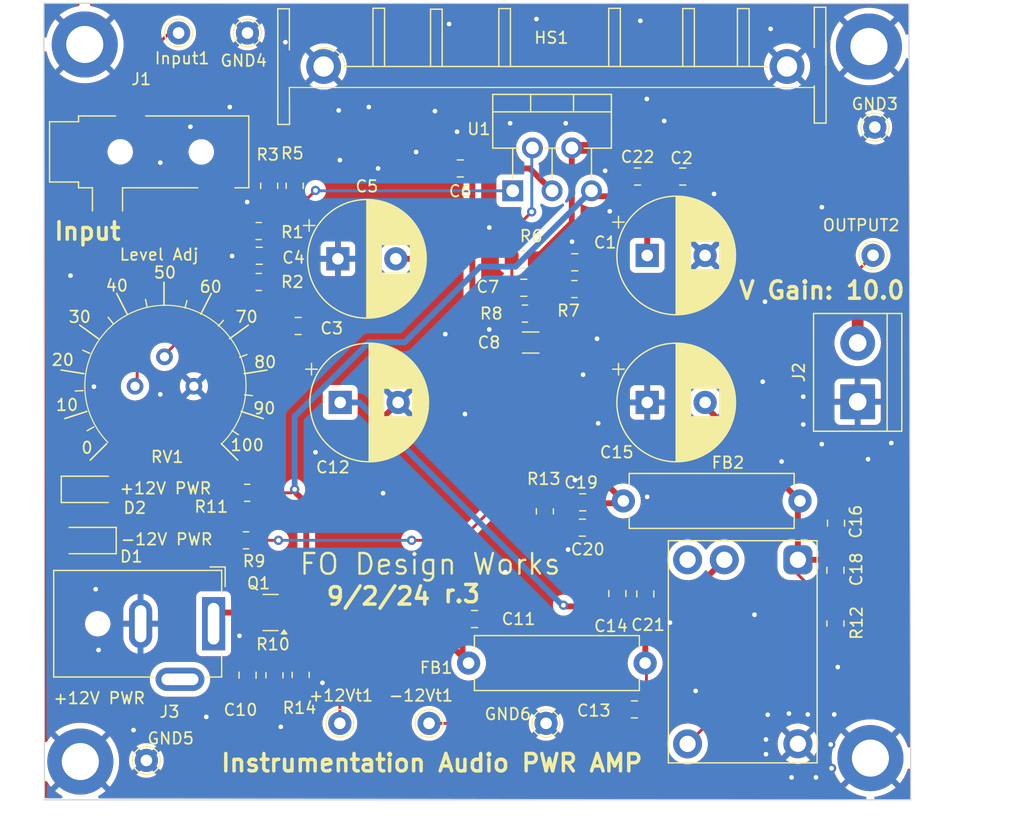
<source format=kicad_pcb>
(kicad_pcb (version 20221018) (generator pcbnew)
  (layers (0 "F.Cu" signal) (31 "B.Cu" signal) (34 "B.Paste" user) (35 "F.Paste" user) (36 "B.SilkS" user "B.Silkscreen") (37 "F.SilkS" user "F.Silkscreen") (38 "B.Mask" user) (39 "F.Mask" user) (44 "Edge.Cuts" user))
  (net 0 "")
  (net 1 "GND")
  (net 2 "+12V")
  (net 3 "Net-(C4-Pad1)")
  (net 4 "Net-(U1-+)")
  (net 5 "Net-(C3-Pad2)")
  (net 6 "Net-(J1-PadR)")
  (net 7 "-12V")
  (net 8 "Net-(U1--)")
  (net 9 "Net-(C9-Pad2)")
  (net 10 "Net-(Q1-D)")
  (net 11 "Net-(J2-Pin_2)")
  (net 12 "Net-(C8-Pad1)")
  (net 13 "Net-(J1-PadT)")
  (net 14 "Net-(U2-VI)")
  (net 15 "Net-(U2-VO)")
  (net 16 "Net-(D1-K)")
  (net 17 "Net-(D2-A)")
  (net 18 "Net-(Q1-G)")
  (net 19 "Net-(R2-Pad1)")
  (net 20 "Net-(U2-Vo_Adj)")
  (footprint "Capacitor_SMD:C_0805_2012Metric_Pad1.18x1.45mm_HandSolder" (layer "F.Cu") (at 113.642124 123.6452 90)
    (fp_text reference "C16")
    (fp_text value "10uF")
  )
  (footprint "TestPoint:TestPoint_THTPad_D2.0mm_Drill1.0mm" (layer "F.Cu") (at 78.5136 140.9232)
    (fp_text reference "-12Vt1")
    (fp_text value "-12V")
  )
  (footprint "TestPoint:TestPoint_THTPad_D2.0mm_Drill1.0mm" (layer "F.Cu") (at 56.896 81.3308)
    (fp_text reference "Input1")
    (fp_text value "Input")
  )
  (footprint "TestPoint:TestPoint_THTPad_D2.0mm_Drill1.0mm" (layer "F.Cu") (at 88.6136 140.9232)
    (fp_text reference "GND6")
    (fp_text value "GND")
  )
  (footprint "LED_SMD:LED_1206_3216Metric_Pad1.42x1.75mm_HandSolder" (layer "F.Cu") (at 49.0483 125.1428 180)
    (fp_text reference "D1")
    (fp_text value "OC_Fault")
  )
  (footprint "Resistor_SMD:R_0805_2012Metric_Pad1.20x1.40mm_HandSolder" (layer "F.Cu") (at 65.1706 136.7682 -90)
    (fp_text reference "R10")
    (fp_text value "100K")
  )
  (footprint "Package_TO_SOT_SMD:SOT-23" (layer "F.Cu") (at 64.8381 131.358 180)
    (fp_text reference "Q1")
    (fp_text value "DMG2301L")
  )
  (footprint "Resistor_SMD:R_0805_2012Metric_Pad1.20x1.40mm_HandSolder" (layer "F.Cu") (at 66.9136 94.5232 -90)
    (fp_text reference "R5")
    (fp_text value "20K")
  )
  (footprint "MountingHole:MountingHole_3.2mm_M3_ISO7380_Pad_TopBottom" (layer "F.Cu") (at 116.4844 82.4992)
    (fp_text reference "H4" hide)
    (fp_text value "MountingHole_Pad")
  )
  (footprint "Capacitor_THT:CP_Radial_D10.0mm_P5.00mm" (layer "F.Cu") (at 70.645923 100.8232)
    (fp_text reference "C5")
    (fp_text value "1000uF")
  )
  (footprint "Connector_Audio:Jack_3.5mm_CUI_SJ-3523-SMT_Horizontal" (layer "F.Cu") (at 54.356 91.5924 90)
    (fp_text reference "J1")
    (fp_text value "Audio Out")
  )
  (footprint "Capacitor_SMD:C_0805_2012Metric_Pad1.18x1.45mm_HandSolder" (layer "F.Cu") (at 91.0862 101.1243)
    (fp_text reference "C9" hide)
    (fp_text value "0.22uF")
  )
  (footprint "TerminalBlock:TerminalBlock_bornier-2_P5.08mm" (layer "F.Cu") (at 115.5136 113.1632 90)
    (fp_text reference "J2")
    (fp_text value "Audio Output")
  )
  (footprint "Module:Texas_EUS_R-PDSS-T5_THT" (layer "F.Cu") (at 110.350324 126.805 -90)
    (fp_text reference "U2" hide)
    (fp_text value "PTN78000AAH")
  )
  (footprint "TestPoint:TestPoint_THTPad_D2.0mm_Drill1.0mm" (layer "F.Cu") (at 54.1136 144.1232)
    (fp_text reference "GND5")
    (fp_text value "GND")
  )
  (footprint "Capacitor_SMD:C_0805_2012Metric_Pad1.18x1.45mm_HandSolder" (layer "F.Cu") (at 67.2136 106.6232 180)
    (fp_text reference "C3")
    (fp_text value "10uF")
  )
  (footprint "Capacitor_SMD:C_0805_2012Metric_Pad1.18x1.45mm_HandSolder" (layer "F.Cu") (at 63.8556 100.5586 180)
    (fp_text reference "C4")
    (fp_text value "10nF")
  )
  (footprint "TestPoint:TestPoint_THTPad_D2.0mm_Drill1.0mm" (layer "F.Cu") (at 116.8406 100.5232)
    (fp_text reference "OUTPUT2")
    (fp_text value "Output")
  )
  (footprint "TestPoint:TestPoint_THTPad_D2.0mm_Drill1.0mm" (layer "F.Cu") (at 70.8136 140.9232)
    (fp_text reference "+12Vt1")
    (fp_text value "+12V")
  )
  (footprint "Resistor_SMD:R_0805_2012Metric_Pad1.20x1.40mm_HandSolder" (layer "F.Cu") (at 62.8136 121.0232)
    (fp_text reference "R11")
    (fp_text value "10K")
  )
  (footprint "Capacitor_THT:CP_Radial_D10.0mm_P5.00mm" (layer "F.Cu") (at 97.345923 100.5332)
    (fp_text reference "C1")
    (fp_text value "1000uF")
  )
  (footprint "Capacitor_SMD:C_1206_3216Metric_Pad1.33x1.80mm_HandSolder" (layer "F.Cu") (at 87.2882 108.0507 180)
    (fp_text reference "C8")
    (fp_text value "22uF")
  )
  (footprint "jerrys_Library:Heatsink_Audio_Amp" (layer "F.Cu") (at 89.4136 84.2232)
    (fp_text reference "HS1")
    (fp_text value "Heatsink_Pad_2Pin")
  )
  (footprint "Capacitor_SMD:C_0805_2012Metric_Pad1.18x1.45mm_HandSolder" (layer "F.Cu") (at 96.5136 93.7232)
    (fp_text reference "C22")
    (fp_text value "0.1uF")
  )
  (footprint "Resistor_SMD:R_0805_2012Metric_Pad1.20x1.40mm_HandSolder" (layer "F.Cu") (at 86.7882 105.5507 180)
    (fp_text reference "R8")
    (fp_text value "1K")
  )
  (footprint "Resistor_SMD:R_0805_2012Metric_Pad1.20x1.40mm_HandSolder" (layer "F.Cu") (at 113.591324 132.3066 90)
    (fp_text reference "R12")
    (fp_text value "2K")
  )
  (footprint "Capacitor_SMD:C_0805_2012Metric_Pad1.18x1.45mm_HandSolder" (layer "F.Cu") (at 91.7507 124.0281 180)
    (fp_text reference "C20")
    (fp_text value "10uF")
  )
  (footprint "Resistor_SMD:R_0805_2012Metric_Pad1.20x1.40mm_HandSolder" (layer "F.Cu") (at 62.7136 125.1232)
    (fp_text reference "R9")
    (fp_text value "10K")
  )
  (footprint "TestPoint:TestPoint_THTPad_D2.0mm_Drill1.0mm" (layer "F.Cu") (at 62.8396 81.3308)
    (fp_text reference "GND4")
    (fp_text value "TP_FET_Drive")
  )
  (footprint "Resistor_SMD:R_0805_2012Metric_Pad1.20x1.40mm_HandSolder" (layer "F.Cu") (at 63.8136 102.8232)
    (fp_text reference "R2")
    (fp_text value "0R")
  )
  (footprint "MountingHole:MountingHole_3.2mm_M3_ISO7380_Pad_TopBottom" (layer "F.Cu") (at 116.6136 143.9232)
    (fp_text reference "H3" hide)
    (fp_text value "MountingHole_Pad")
  )
  (footprint "Resistor_SMD:R_0805_2012Metric_Pad1.20x1.40mm_HandSolder" (layer "F.Cu") (at 63.8048 98.425 180)
    (fp_text reference "R1")
    (fp_text value "100R")
  )
  (footprint "Resistor_SMD:R_0805_2012Metric_Pad1.20x1.40mm_HandSolder" (layer "F.Cu") (at 64.7136 94.5232 90)
    (fp_text reference "R3")
    (fp_text value "100R")
  )
  (footprint "jerrys_Library:Potentiometer_Bourns_3386P_Vertical" (layer "F.Cu") (at 55.6336 111.8332)
    (fp_text reference "RV1")
    (fp_text value "5k")
  )
  (footprint "Capacitor_SMD:C_0805_2012Metric_Pad1.18x1.45mm_HandSolder" (layer "F.Cu") (at 82.441524 131.9186)
    (fp_text reference "C11")
    (fp_text value "4.7uF")
  )
  (footprint "Resistor_SMD:R_0805_2012Metric_Pad1.20x1.40mm_HandSolder" (layer "F.Cu") (at 88.5136 122.6232 90)
    (fp_text reference "R13")
    (fp_text value "1K")
  )
  (footprint "Capacitor_SMD:C_0805_2012Metric_Pad1.18x1.45mm_HandSolder" (layer "F.Cu") (at 81.2136 93.0232)
    (fp_text reference "C6")
    (fp_text value "10uF")
  )
  (footprint "Capacitor_SMD:C_0805_2012Metric_Pad1.18x1.45mm_HandSolder" (layer "F.Cu") (at 86.6956 103.3232 180)
    (fp_text reference "C7")
    (fp_text value "100pF")
  )
  (footprint "Resistor_SMD:R_0805_2012Metric_Pad1.20x1.40mm_HandSolder" (layer "F.Cu") (at 67.4312 136.7428 -90)
    (fp_text reference "R14")
    (fp_text value "10K")
  )
  (footprint "Capacitor_SMD:C_0805_2012Metric_Pad1.18x1.45mm_HandSolder" (layer "F.Cu") (at 62.84895 136.76175 90)
    (fp_text reference "C10")
    (fp_text value "0.1uF")
  )
  (footprint "TestPoint:TestPoint_THTPad_D2.0mm_Drill1.0mm" (layer "F.Cu") (at 116.9924 89.4588)
    (fp_text reference "GND3")
    (fp_text value "TP_FET_Drive")
  )
  (footprint "Resistor_SMD:R_0805_2012Metric_Pad1.20x1.40mm_HandSolder" (layer "F.Cu") (at 91.0608 103.4357)
    (fp_text reference "R7")
    (fp_text value "1R")
  )
  (footprint "Capacitor_SMD:C_0805_2012Metric_Pad1.18x1.45mm_HandSolder" (layer "F.Cu") (at 94.769924 129.7186 90)
    (fp_text reference "C14")
    (fp_text value "4.7uF")
  )
  (footprint "Capacitor_THT:CP_Radial_D10.0mm_P5.00mm" (layer "F.Cu") (at 70.845923 113.2232)
    (fp_text reference "C12")
    (fp_text value "1000uF")
  )
  (footprint "Capacitor_SMD:C_0805_2012Metric_Pad1.18x1.45mm_HandSolder" (layer "F.Cu") (at 91.7761 121.8437)
    (fp_text reference "C19")
    (fp_text value "0.1uF")
  )
  (footprint "jerrys_Library:BarrelJack_GCT_DCJ200-10-A_Horizontal" (layer "F.Cu") (at 59.9136 132.3232 -90)
    (fp_text reference "J3")
    (fp_text value "INPUT_PWR")
  )
  (footprint "Capacitor_SMD:C_0805_2012Metric_Pad1.18x1.45mm_HandSolder" (layer "F.Cu") (at 96.241524 139.7186 180)
    (fp_text reference "C13")
    (fp_text value "4.7uF")
  )
  (footprint "MountingHole:MountingHole_3.2mm_M3_ISO7380_Pad_TopBottom" (layer "F.Cu") (at 48.4124 144.2212)
    (fp_text reference "H1" hide)
    (fp_text value "MountingHole_Pad")
  )
  (footprint "Capacitor_SMD:C_0805_2012Metric_Pad1.18x1.45mm_HandSolder" (layer "F.Cu") (at 97.182924 129.7541 -90)
    (fp_text reference "C21")
    (fp_text value "0.1uF")
  )
  (footprint "Capacitor_SMD:C_0805_2012Metric_Pad1.18x1.45mm_HandSolder" (layer "F.Cu") (at 113.591324 127.7092 90)
    (fp_text reference "C18")
    (fp_text value "0.1uF")
  )
  (footprint "Resistor_SMD:R_0805_2012Metric_Pad1.20x1.40mm_HandSolder" (layer "F.Cu") (at 86.6448 100.8848)
    (fp_text reference "R6")
    (fp_text value "20K")
  )
  (footprint "Inductor_THT:L_Axial_L14.0mm_D4.5mm_P15.24mm_Horizontal_Fastron_LACC" (layer "F.Cu") (at 95.2886 121.7232)
    (fp_text reference "FB2")
    (fp_text value "FerriteBead, 6A 1 9mΩ 33Ω@100MHz ±25% 1206 Ferrite Beads ROHS")
  )
  (footprint "Inductor_THT:L_Axial_L14.0mm_D4.5mm_P15.24mm_Horizontal_Fastron_LACC" (layer "F.Cu") (at 97.166524 135.7186 180)
    (fp_text reference "FB1")
    (fp_text value "FerriteBead, 6A 1 9mΩ 33Ω@100MHz ±25% 1206 Ferrite Beads ROHS")
  )
  (footprint "Capacitor_SMD:C_0805_2012Metric_Pad1.18x1.45mm_HandSolder" (layer "F.Cu") (at 100.4136 93.7232 180)
    (fp_text reference "C2")
    (fp_text value "10uF")
  )
  (footprint "Package_TO_SOT_THT:TO-220-5_P3.4x3.7mm_StaggerOdd_Lead3.8mm_Vertical" (layer "F.Cu") (at 85.734 94.9513)
    (fp_text reference "U1")
    (fp_text value "LM1875")
  )
  (footprint "LED_SMD:LED_1206_3216Metric_Pad1.42x1.75mm_HandSolder" (layer "F.Cu") (at 49.2261 120.7232)
    (fp_text reference "D2")
    (fp_text value "OC_Fault")
  )
  (footprint "MountingHole:MountingHole_3.2mm_M3_ISO7380_Pad_TopBottom" (layer "F.Cu") (at 48.7934 82.3214)
    (fp_text reference "H2" hide)
    (fp_text value "MountingHole_Pad")
  )
  (footprint "Capacitor_THT:CP_Radial_D10.0mm_P5.00mm" (layer "F.Cu") (at 97.345923 113.2232)
    (fp_text reference "C15")
    (fp_text value "1000uF")
  )
  (gr_line (start 45.2628 78.7654) (end 119.9388 78.7908) (stroke (width 0.1)) (layer "Edge.Cuts"))
  (gr_line (start 45.3136 147.5232) (end 45.2628 78.7654) (stroke (width 0.1)) (layer "Edge.Cuts"))
  (gr_line (start 119.9388 78.7908) (end 120.0912 147.5232) (stroke (width 0.1)) (layer "Edge.Cuts"))
  (gr_line (start 120.0912 147.5232) (end 45.3136 147.5232) (stroke (width 0.1)) (layer "Edge.Cuts"))
  (gr_text "r.3" (at 79.6136 130.6232) (layer "F.SilkS") (effects (font (size 1.5 1.5) (thickness 0.3) bold) (justify left bottom)))
  (gr_text "60" (at 58.6136 103.8232) (layer "F.SilkS") (effects (font (size 1 1)) (justify left bottom)))
  (gr_text "-12V PWR" (at 51.8136 125.6232) (layer "F.SilkS") (effects (font (size 1 1)) (justify left bottom)))
  (gr_text "+12V PWR" (at 51.7136 121.2232) (layer "F.SilkS") (effects (font (size 1 1)) (justify left bottom)))
  (gr_text "Instrumentation Audio PWR AMP" (at 60.4136 145.2232) (layer "F.SilkS") (effects (font (size 1.5 1.5) (thickness 0.3) bold) (justify left bottom)))
  (gr_text "30" (at 47.3136 106.4232) (layer "F.SilkS") (effects (font (size 1 1)) (justify left bottom)))
  (gr_text "20" (at 45.847 110.1344) (layer "F.SilkS") (effects (font (size 1 1)) (justify left bottom)))
  (gr_text "90" (at 63.2421 114.3052) (layer "F.SilkS") (effects (font (size 1 1)) (justify left bottom)))
  (gr_text "0" (at 48.4136 117.7232) (layer "F.SilkS") (effects (font (size 1 1)) (justify left bottom)))
  (gr_text "70" (at 61.7136 106.4232) (layer "F.SilkS") (effects (font (size 1 1)) (justify left bottom)))
  (gr_text "Level Adj" (at 51.7136 101.0412) (layer "F.SilkS") (effects (font (size 1 1)) (justify left bottom)))
  (gr_text "100" (at 61.2906 117.4902) (layer "F.SilkS") (effects (font (size 1 1)) (justify left bottom)))
  (gr_text "50" (at 54.66376 102.59409) (layer "F.SilkS") (effects (font (size 1 1)) (justify left bottom)))
  (gr_text "80" (at 63.3136 110.3232) (layer "F.SilkS") (effects (font (size 1 1)) (justify left bottom)))
  (gr_text "9/2/24" (at 69.5136 130.8232) (layer "F.SilkS") (effects (font (size 1.5 1.5) (thickness 0.3) bold) (justify left bottom)))
  (gr_text "Input" (at 46.0136 99.3232) (layer "F.SilkS") (effects (font (size 1.5 1.5) (thickness 0.3) bold) (justify left bottom)))
  (gr_text "FO Design Works" (at 67.2136 128.2232) (layer "F.SilkS") (effects (font (size 1.778 1.778) (thickness 0.2032)) (justify left bottom)))
  (gr_text "+12V PWR" (at 45.9936 139.3336) (layer "F.SilkS") (effects (font (size 1 1)) (justify left bottom)))
  (gr_text "40" (at 50.5136 103.7232) (layer "F.SilkS") (effects (font (size 1 1)) (justify left bottom)))
  (gr_text "V Gain: 10.0" (at 105.1136 104.4232) (layer "F.SilkS") (effects (font (size 1.5 1.5) (thickness 0.3) bold) (justify left bottom)))
  (gr_text "10" (at 46.2136 114.0232) (layer "F.SilkS") (effects (font (size 1 1)) (justify left bottom)))
  (segment (start 62.7927 100.584) (end 62.8181 100.5586) (width 0.25) (layer "F.Cu") (net 1))
  (segment (start 68.994 137.7428) (end 67.4312 137.7428) (width 0.25) (layer "F.Cu") (net 1))
  (segment (start 91.1136 121.4687) (end 90.7386 121.8437) (width 0.25) (layer "F.Cu") (net 1))
  (segment (start 97.132124 128.7674) (end 97.182924 128.7166) (width 0.25) (layer "F.Cu") (net 1))
  (segment (start 61.5136 100.584) (end 62.7927 100.584) (width 0.25) (layer "F.Cu") (net 1))
  (segment (start 90.8576 99.3463) (end 90.0487 100.1552) (width 0.25) (layer "F.Cu") (net 1))
  (segment (start 91.1136 119.9232) (end 91.1136 121.4687) (width 0.25) (layer "F.Cu") (net 1))
  (segment (start 90.5136 125.9232) (end 90.5136 124.2277) (width 0.25) (layer "F.Cu") (net 1))
  (segment (start 93.7136 93.2232) (end 94.9761 93.2232) (width 0.25) (layer "F.Cu") (net 1))
  (segment (start 69.3136 137.4232) (end 68.994 137.7428) (width 0.25) (layer "F.Cu") (net 1))
  (segment (start 90.5136 124.2277) (end 90.7132 124.0281) (width 0.25) (layer "F.Cu") (net 1))
  (segment (start 90.0487 100.1552) (end 90.0487 101.1243) (width 0.25) (layer "F.Cu") (net 1))
  (segment (start 94.9761 93.2232) (end 95.4761 93.7232) (width 0.25) (layer "F.Cu") (net 1))
  (via (at 107.315 111.4298) (size 0.8) (drill 0.4) (layers "F.Cu" "B.Cu") (net 1))
  (via (at 90.5136 125.9232) (size 0.8) (drill 0.4) (layers "F.Cu" "B.Cu") (net 1))
  (via (at 87.786 80.1261) (size 0.8) (drill 0.4) (layers "F.Cu" "B.Cu") (net 1))
  (via (at 94.1136 96.7232) (size 0.8) (drill 0.4) (layers "F.Cu" "B.Cu") (net 1))
  (via (at 91.8136 110.8232) (size 0.8) (drill 0.4) (layers "F.Cu" "B.Cu") (net 1))
  (via (at 116.4136 118.1232) (size 0.8) (drill 0.4) (layers "F.Cu" "B.Cu") (net 1))
  (via (at 57.9136 89.4232) (size 0.8) (drill 0.4) (layers "F.Cu" "B.Cu") (net 1))
  (via (at 80.2422 80.5579) (size 0.8) (drill 0.4) (layers "F.Cu" "B.Cu") (net 1))
  (via (at 103.1136 95.2232) (size 0.8) (drill 0.4) (layers "F.Cu" "B.Cu") (net 1))
  (via (at 107.596924 142.3142) (size 0.8) (drill 0.4) (layers "F.Cu" "B.Cu") (net 1))
  (via (at 55.3136 112.5232) (size 0.8) (drill 0.4) (layers "F.Cu" "B.Cu") (net 1))
  (via (at 74.549 121.0564) (size 0.8) (drill 0.4) (layers "F.Cu" "B.Cu") (net 1))
  (via (at 113.489724 140.1552) (size 0.8) (drill 0.4) (layers "F.Cu" "B.Cu") (net 1))
  (via (at 66.1136 82.1232) (size 0.8) (drill 0.4) (layers "F.Cu" "B.Cu") (net 1))
  (via (at 62.8136 95.9232) (size 0.8) (drill 0.4) (layers "F.Cu" "B.Cu") (net 1))
  (via (at 85.091524 127.8686) (size 0.8) (drill 0.4) (layers "F.Cu" "B.Cu") (net 1))
  (via (at 108.0008 80.9752) (size 0.8) (drill 0.4) (layers "F.Cu" "B.Cu") (net 1))
  (via (at 109.805 145.5908) (size 0.8) (drill 0.4) (layers "F.Cu" "B.Cu") (net 1))
  (via (at 70.8152 92.3036) (size 0.8) (drill 0.4) (layers "F.Cu" "B.Cu") (net 1))
  (via (at 85.5136 89.1232) (size 0.8) (drill 0.4) (layers "F.Cu" "B.Cu") (net 1))
  (via (at 90.8576 99.3463) (size 0.8) (drill 0.4) (layers "F.Cu" "B.Cu") (net 1))
  (via (at 81.6136 114.2232) (size 0.8) (drill 0.4) (layers "F.Cu" "B.Cu") (net 1))
  (via (at 70.7136 88.011) (size 0.8) (drill 0.4) (layers "F.Cu" "B.Cu") (net 1))
  (via (at 80.928 89.8543) (size 0.8) (drill 0.4) (layers "F.Cu" "B.Cu") (net 1))
  (via (at 106.606324 131.5446) (size 0.8) (drill 0.4) (layers "F.Cu" "B.Cu") (net 1))
  (via (at 73.3136 87.7232) (size 0.8) (drill 0.4) (layers "F.Cu" "B.Cu") (net 1))
  (via (at 113.794524 136.0658) (size 0.8) (drill 0.4) (layers "F.Cu" "B.Cu") (net 1))
  (via (at 68.7136 117.5232) (size 0.8) (drill 0.4) (layers "F.Cu" "B.Cu") (net 1))
  (via (at 61.3136 87.7232) (size 0.8) (drill 0.4) (layers "F.Cu" "B.Cu") (net 1))
  (via (at 79.023 88.0763) (size 0.8) (drill 0.4) (layers "F.Cu" "B.Cu") (net 1))
  (via (at 93.0136 107.7232) (size 0.8) (drill 0.4) (layers "F.Cu" "B.Cu") (net 1))
  (via (at 91.1136 119.9232) (size 0.8) (drill 0.4) (layers "F.Cu" "B.Cu") (net 1))
  (via (at 93.7136 93.2232) (size 0.8) (drill 0.4) (layers "F.Cu" "B.Cu") (net 1))
  (via (at 96.7522 80.2785) (size 0.8) (drill 0.4) (layers "F.Cu" "B.Cu") (net 1))
  (via (at 111.203724 140.1552) (size 0.8) (drill 0.4) (layers "F.Cu" "B.Cu") (net 1))
  (via (at 79.9136 107.3232) (size 0.8) (drill 0.4) (layers "F.Cu" "B.Cu") (net 1))
  (via (at 107.596924 143.5842) (size 0.8) (drill 0.4) (layers "F.Cu" "B.Cu") (net 1))
  (via (at 83.7136 106.9232) (size 0.8) (drill 0.4) (layers "F.Cu" "B.Cu") (net 1))
  (via (at 107.749324 140.1806) (size 0.8) (drill 0.4) (layers "F.Cu" "B.Cu") (net 1))
  (via (at 112.4204 96.3676) (size 0.8) (drill 0.4) (layers "F.Cu" "B.Cu") (net 1))
  (via (at 55.3136 92.5232) (size 0.8) (drill 0.4) (layers "F.Cu" "B.Cu") (net 1))
  (via (at 113.261124 144.8034) (size 0.8) (drill 0.4) (layers "F.Cu" "B.Cu") (net 1))
  (via (at 109.578124 140.079) (size 0.8) (drill 0.4) (layers "F.Cu" "B.Cu") (net 1))
  (via (at 62.148 133.3646) (size 0.8) (drill 0.4) (layers "F.Cu" "B.Cu") (net 1))
  (via (at 69.3136 137.4232) (size 0.8) (drill 0.4) (layers "F.Cu" "B.Cu") (net 1))
  (via (at 49.7356 129.3436) (size 0.8) (drill 0.4) (layers "F.Cu" "B.Cu") (net 1))
  (via (at 112.4136 116.8232) (size 0.8) (drill 0.4) (layers "F.Cu" "B.Cu") (net 1))
  (via (at 113.184924 142.746) (size 0.8) (drill 0.4) (layers "F.Cu" "B.Cu") (net 1))
  (via (at 53.0022 141.5034) (size 0.8) (drill 0.4) (layers "F.Cu" "B.Cu") (net 1))
  (via (at 49.5854 111.861552) (size 0.8) (drill 0.4) (layers "F.Cu" "B.Cu") (net 1))
  (via (at 99.3136 132.2232) (size 0.8) (drill 0.4) (layers "F.Cu" "B.Cu") (net 1))
  (via (at 77.3974 91.6069) (size 0.8) (drill 0.4) (layers "F.Cu" "B.Cu") (net 1))
  (via (at 98.8136 88.9232) (size 0.8) (drill 0.4) (layers "F.Cu" "B.Cu") (net 1))
  (via (at 101.526324 138.1232) (size 0.8) (drill 0.4) (layers "F.Cu" "B.Cu") (net 1))
  (via (at 108.941524 118.3186) (size 0.8) (drill 0.4) (layers "F.Cu" "B.Cu") (net 1))
  (via (at 83.7136 98.1232) (size 0.8) (drill 0.4) (layers "F.Cu" "B.Cu") (net 1))
  (via (at 74.1136 93.0232) (size 0.8) (drill 0.4) (layers "F.Cu" "B.Cu") (net 1))
  (via (at 61.5136 100.584) (size 0.8) (drill 0.4) (layers "F.Cu" "B.Cu") (net 1))
  (via (at 110.8136 112.7232) (size 0.8) (drill 0.4) (layers "F.Cu" "B.Cu") (net 1))
  (via (at 90.3136 89.1232) (size 0.8) (drill 0.4) (layers "F.Cu" "B.Cu") (net 1))
  (via (at 97.3136 87.0232) (size 0.8) (drill 0.4) (layers "F.Cu" "B.Cu") (net 1))
  (via (at 65.7136 141.2232) (size 0.8) (drill 0.4) (layers "F.Cu" "B.Cu") (net 1))
  (via (at 110.8136 115.1232) (size 0.8) (drill 0.4) (layers "F.Cu" "B.Cu") (net 1))
  (via (at 49.9856 134.5936) (size 0.8) (drill 0.4) (layers "F.Cu" "B.Cu") (net 1))
  (via (at 118.4136 116.7232) (size 0.8) (drill 0.4) (layers "F.Cu" "B.Cu") (net 1))
  (via (at 47.5636 102.2732) (size 0.8) (drill 0.4) (layers "F.Cu" "B.Cu") (net 1))
  (via (at 93.1136 115.0232) (size 0.8) (drill 0.4) (layers "F.Cu" "B.Cu") (net 1))
  (via (at 111.9132 145.5908) (size 0.8) (drill 0.4) (layers "F.Cu" "B.Cu") (net 1))
  (via (at 107.5136 104.5232) (size 0.8) (drill 0.4) (layers "F.Cu" "B.Cu") (net 1))
  (via (at 97.341524 121.3686) (size 0.8) (drill 0.4) (layers "F.Cu" "B.Cu") (net 1))
  (via (at 59.2836 140.3604) (size 0.8) (drill 0.4) (layers "F.Cu" "B.Cu") (net 1))
  (segment (start 66.7898 120.7994) (end 67.9136 121.9232) (width 0.508) (layer "F.Cu") (net 2))
  (segment (start 71.1136 130.408) (end 72.4136 130.408) (width 0.508) (layer "F.Cu") (net 2))
  (segment (start 95.93235 95.54195) (end 96.0511 95.4232) (width 0.508) (layer "F.Cu") (net 2))
  (segment (start 97.345923 96.955523) (end 97.345923 100.5332) (width 0.508) (layer "F.Cu") (net 2))
  (segment (start 76.615924 130.408) (end 81.926524 135.7186) (width 0.508) (layer "F.Cu") (net 2))
  (segment (start 81.404024 135.1961) (end 81.926524 135.7186) (width 0.25) (layer "F.Cu") (net 2))
  (segment (start 97.5511 94.8857) (end 97.5511 93.9232) (width 0.508) (layer "F.Cu") (net 2))
  (segment (start 96.0511 95.4232) (end 97.0136 95.4232) (width 0.508) (layer "F.Cu") (net 2))
  (segment (start 66.6136 121.0232) (end 66.9136 120.7232) (width 0.25) (layer "F.Cu") (net 2))
  (segment (start 92.534 94.9513) (end 93.0059 95.4232) (width 0.508) (layer "F.Cu") (net 2))
  (segment (start 67.9136 130.408) (end 71.1136 130.408) (width 0.508) (layer "F.Cu") (net 2))
  (segment (start 63.8136 121.0232) (end 66.6136 121.0232) (width 0.25) (layer "F.Cu") (net 2))
  (segment (start 72.4136 130.408) (end 76.615924 130.408) (width 0.508) (layer "F.Cu") (net 2))
  (segment (start 93.0059 95.4232) (end 95.8136 95.4232) (width 0.508) (layer "F.Cu") (net 2))
  (segment (start 92.5304 95.1279) (end 92.5304 94.5957) (width 0.25) (layer "F.Cu") (net 2))
  (segment (start 70.8136 140.9232) (end 70.8136 130.708) (width 0.25) (layer "F.Cu") (net 2))
  (segment (start 95.93235 95.54195) (end 97.345923 96.955523) (width 0.508) (layer "F.Cu") (net 2))
  (segment (start 67.9136 121.9232) (end 67.9136 130.408) (width 0.508) (layer "F.Cu") (net 2))
  (segment (start 97.5511 93.9232) (end 99.3761 93.9232) (width 0.508) (layer "F.Cu") (net 2))
  (segment (start 81.404024 131.9186) (end 81.404024 135.1961) (width 0.508) (layer "F.Cu") (net 2))
  (segment (start 70.8136 130.708) (end 71.1136 130.408) (width 0.25) (layer "F.Cu") (net 2))
  (segment (start 97.0136 95.4232) (end 97.5511 94.8857) (width 0.508) (layer "F.Cu") (net 2))
  (segment (start 65.7756 130.408) (end 67.9136 130.408) (width 0.508) (layer "F.Cu") (net 2))
  (via (at 66.9136 120.7232) (size 0.8) (drill 0.4) (layers "F.Cu" "B.Cu") (net 2))
  (segment (start 66.9136 120.853) (end 66.9136 120.7232) (width 0.508) (layer "B.Cu") (net 2))
  (segment (start 66.9323 120.8343) (end 66.9136 120.853) (width 0.508) (layer "B.Cu") (net 2))
  (segment (start 76.4136 108.0232) (end 82.9335 101.5033) (width 0.508) (layer "B.Cu") (net 2))
  (segment (start 66.9136 114.4232) (end 73.3136 108.0232) (width 0.508) (layer "B.Cu") (net 2))
  (segment (start 82.9335 101.5033) (end 85.982 101.5033) (width 0.508) (layer "B.Cu") (net 2))
  (segment (start 73.3136 108.0232) (end 76.4136 108.0232) (width 0.508) (layer "B.Cu") (net 2))
  (segment (start 85.982 101.5033) (end 92.534 94.9513) (width 0.508) (layer "B.Cu") (net 2))
  (segment (start 66.9136 120.7232) (end 66.9136 114.4232) (width 0.508) (layer "B.Cu") (net 2))
  (segment (start 64.8931 102.7437) (end 64.8136 102.8232) (width 0.25) (layer "F.Cu") (net 3))
  (segment (start 64.7954 95.605) (end 64.7954 98.4156) (width 0.25) (layer "F.Cu") (net 3))
  (segment (start 64.8931 100.5586) (end 64.8931 102.7437) (width 0.25) (layer "F.Cu") (net 3))
  (segment (start 58.6486 93.2688) (end 62.4592 93.2688) (width 0.25) (layer "F.Cu") (net 3))
  (segment (start 55.5244 90.1446) (end 58.6486 93.2688) (width 0.25) (layer "F.Cu") (net 3))
  (segment (start 56.896 81.3308) (end 56.0832 81.3308) (width 0.25) (layer "F.Cu") (net 3))
  (segment (start 50.8254 89.1118) (end 51.8582 90.1446) (width 0.25) (layer "F.Cu") (net 3))
  (segment (start 64.7954 98.4156) (end 64.8048 98.425) (width 0.25) (layer "F.Cu") (net 3))
  (segment (start 62.4592 93.2688) (end 64.7954 95.605) (width 0.25) (layer "F.Cu") (net 3))
  (segment (start 51.8582 90.1446) (end 55.5244 90.1446) (width 0.25) (layer "F.Cu") (net 3))
  (segment (start 64.8048 98.425) (end 64.8048 100.4703) (width 0.25) (layer "F.Cu") (net 3))
  (segment (start 50.8254 86.5886) (end 50.8254 89.1118) (width 0.25) (layer "F.Cu") (net 3))
  (segment (start 64.8048 100.4703) (end 64.8931 100.5586) (width 0.25) (layer "F.Cu") (net 3))
  (segment (start 56.0832 81.3308) (end 50.8254 86.5886) (width 0.25) (layer "F.Cu") (net 3))
  (segment (start 68.2511 96.8607) (end 66.9136 95.5232) (width 0.25) (layer "F.Cu") (net 4))
  (segment (start 68.1136 95.5232) (end 68.7136 94.9232) (width 0.25) (layer "F.Cu") (net 4))
  (segment (start 66.9136 95.5232) (end 68.1136 95.5232) (width 0.25) (layer "F.Cu") (net 4))
  (segment (start 68.2511 106.6232) (end 68.2511 96.8607) (width 0.25) (layer "F.Cu") (net 4))
  (via (at 68.7136 94.9232) (size 0.8) (drill 0.4) (layers "F.Cu" "B.Cu") (net 4))
  (segment (start 85.734 94.9513) (end 68.7417 94.9513) (width 0.25) (layer "B.Cu") (net 4))
  (segment (start 68.7417 94.9513) (end 68.7136 94.9232) (width 0.25) (layer "B.Cu") (net 4))
  (segment (start 58.17845 106.6232) (end 55.85756 108.94409) (width 0.25) (layer "F.Cu") (net 5))
  (segment (start 58.17845 106.6232) (end 66.1761 106.6232) (width 0.25) (layer "F.Cu") (net 5))
  (segment (start 52.756 87.8924) (end 58.9828 87.8924) (width 0.25) (layer "F.Cu") (net 6))
  (segment (start 58.9828 87.8924) (end 64.7954 93.705) (width 0.25) (layer "F.Cu") (net 6))
  (segment (start 95.2886 121.7232) (end 91.8011 118.2357) (width 0.508) (layer "F.Cu") (net 7))
  (segment (start 92.8136 121.8437) (end 92.8136 124.0027) (width 0.508) (layer "F.Cu") (net 7))
  (segment (start 91.3636 117.7982) (end 91.8011 118.2357) (width 0.25) (layer "F.Cu") (net 7))
  (segment (start 82.2511 108.6607) (end 91.8011 118.2107) (width 0.508) (layer "F.Cu") (net 7))
  (segment (start 91.8011 118.2107) (end 91.8011 118.2357) (width 0.508) (layer "F.Cu") (net 7))
  (segment (start 75.645923 100.8232) (end 82.2511 100.8232) (width 0.508) (layer "F.Cu") (net 7))
  (segment (start 84.7136 121.6232) (end 81.2136 125.1232) (width 0.25) (layer "F.Cu") (net 7))
  (segment (start 81.320819 125.1232) (end 81.2136 125.1232) (width 0.25) (layer "F.Cu") (net 7))
  (segment (start 89.134 94.9513) (end 87.2059 93.0232) (width 0.508) (layer "F.Cu") (net 7))
  (segment (start 85.2136 129.015981) (end 81.320819 125.1232) (width 0.25) (layer "F.Cu") (net 7))
  (segment (start 88.5136 120.6482) (end 91.3636 117.7982) (width 0.25) (layer "F.Cu") (net 7))
  (segment (start 95.0886 121.9232) (end 95.090724 121.921076) (width 0.25) (layer "F.Cu") (net 7))
  (segment (start 88.5136 121.6232) (end 84.7136 121.6232) (width 0.25) (layer "F.Cu") (net 7))
  (segment (start 78.5136 140.9232) (end 81.1136 140.9232) (width 0.25) (layer "F.Cu") (net 7))
  (segment (start 88.5136 121.6232) (end 88.5136 120.6482) (width 0.25) (layer "F.Cu") (net 7))
  (segment (start 81.1136 140.9232) (end 85.2136 136.8232) (width 0.25) (layer "F.Cu") (net 7))
  (segment (start 82.2511 100.8232) (end 82.2511 108.6607) (width 0.508) (layer "F.Cu") (net 7))
  (segment (start 65.5136 125.1232) (end 65.4824 125.092) (width 0.25) (layer "F.Cu") (net 7))
  (segment (start 65.5136 125.1232) (end 63.7136 125.1232) (width 0.25) (layer "F.Cu") (net 7))
  (segment (start 82.2511 94.3232) (end 82.2511 100.8232) (width 0.508) (layer "F.Cu") (net 7))
  (segment (start 87.2059 93.0232) (end 82.2511 93.0232) (width 0.508) (layer "F.Cu") (net 7))
  (segment (start 92.4136 121.9232) (end 95.0886 121.9232) (width 0.508) (layer "F.Cu") (net 7))
  (segment (start 92.8136 124.0027) (end 92.7882 124.0281) (width 0.508) (layer "F.Cu") (net 7))
  (segment (start 85.2136 136.8232) (end 85.2136 129.015981) (width 0.25) (layer "F.Cu") (net 7))
  (segment (start 82.2511 93.0232) (end 82.2511 94.3232) (width 0.508) (layer "F.Cu") (net 7))
  (segment (start 81.2136 125.1232) (end 77.0136 125.1232) (width 0.25) (layer "F.Cu") (net 7))
  (segment (start 92.9934 122.0235) (end 92.8136 121.8437) (width 0.508) (layer "F.Cu") (net 7))
  (segment (start 95.090724 121.921076) (end 95.2886 121.7232) (width 0.25) (layer "F.Cu") (net 7))
  (via (at 65.5136 125.1232) (size 0.8) (drill 0.4) (layers "F.Cu" "B.Cu") (net 7))
  (via (at 77.0136 125.1232) (size 0.8) (drill 0.4) (layers "F.Cu" "B.Cu") (net 7))
  (segment (start 65.5136 125.1232) (end 76.9136 125.1232) (width 0.25) (layer "B.Cu") (net 7))
  (segment (start 85.7882 105.5507) (end 85.7882 103.4533) (width 0.25) (layer "F.Cu") (net 8))
  (segment (start 85.7882 103.4533) (end 85.6581 103.3232) (width 0.25) (layer "F.Cu") (net 8))
  (segment (start 85.6073 103.374) (end 85.6581 103.3232) (width 0.25) (layer "F.Cu") (net 8))
  (segment (start 85.6581 100.8981) (end 85.6448 100.8848) (width 0.25) (layer "F.Cu") (net 8))
  (segment (start 85.6581 103.3232) (end 85.6581 100.8981) (width 0.25) (layer "F.Cu") (net 8))
  (segment (start 85.6448 98.492) (end 87.3702 96.7666) (width 0.25) (layer "F.Cu") (net 8))
  (segment (start 85.6448 100.8848) (end 85.6448 98.492) (width 0.25) (layer "F.Cu") (net 8))
  (segment (start 87.4306 96.7666) (end 87.5438 96.6534) (width 0.25) (layer "F.Cu") (net 8))
  (segment (start 87.3702 96.7666) (end 87.4306 96.7666) (width 0.25) (layer "F.Cu") (net 8))
  (via (at 87.3702 96.7666) (size 0.8) (drill 0.4) (layers "F.Cu" "B.Cu") (net 8))
  (segment (start 87.3796 96.7572) (end 87.3796 90.8485) (width 0.25) (layer "B.Cu") (net 8))
  (segment (start 87.3702 96.7666) (end 87.3796 96.7572) (width 0.25) (layer "B.Cu") (net 8))
  (segment (start 87.4304 90.8957) (end 87.3252 91.0009) (width 0.25) (layer "B.Cu") (net 8))
  (segment (start 92.0608 101.1872) (end 92.1237 101.1243) (width 0.25) (layer "F.Cu") (net 9))
  (segment (start 92.0608 103.4357) (end 92.0608 101.1872) (width 0.25) (layer "F.Cu") (net 9))
  (segment (start 60.8788 131.358) (end 59.9136 132.3232) (width 0.25) (layer "F.Cu") (net 10))
  (segment (start 63.9006 131.358) (end 60.8788 131.358) (width 0.508) (layer "F.Cu") (net 10))
  (segment (start 63.9006 134.6726) (end 63.9006 131.358) (width 0.25) (layer "F.Cu") (net 10))
  (segment (start 65.50265 135.72425) (end 65.59215 135.63475) (width 0.25) (layer "F.Cu") (net 10))
  (segment (start 62.84895 135.72425) (end 65.50265 135.72425) (width 0.25) (layer "F.Cu") (net 10))
  (segment (start 62.84895 135.72425) (end 63.9006 134.6726) (width 0.25) (layer "F.Cu") (net 10))
  (segment (start 90.0136 103.3232) (end 90.0644 103.374) (width 0.25) (layer "F.Cu") (net 11))
  (segment (start 87.7331 103.3232) (end 87.7331 100.9731) (width 0.508) (layer "F.Cu") (net 11))
  (segment (start 87.7331 100.9731) (end 87.6448 100.8848) (width 0.25) (layer "F.Cu") (net 11))
  (segment (start 90.834 97.6956) (end 87.6448 100.8848) (width 0.508) (layer "F.Cu") (net 11))
  (segment (start 116.8406 100.5232) (end 114.3906 102.9732) (width 0.25) (layer "F.Cu") (net 11))
  (segment (start 90.834 91.2513) (end 90.834 97.6956) (width 0.508) (layer "F.Cu") (net 11))
  (segment (start 114.1636 102.9732) (end 102.9636 91.7732) (width 1.016) (layer "F.Cu") (net 11))
  (segment (start 116.7136 100.5232) (end 116.9676 100.5232) (width 0.25) (layer "F.Cu") (net 11))
  (segment (start 115.5136 104.3232) (end 114.1636 102.9732) (width 1.016) (layer "F.Cu") (net 11))
  (segment (start 102.4417 91.2513) (end 102.9636 91.7732) (width 1.016) (layer "F.Cu") (net 11))
  (segment (start 90.834 91.2513) (end 102.4417 91.2513) (width 1.016) (layer "F.Cu") (net 11))
  (segment (start 114.7136 108.0432) (end 115.5136 107.2432) (width 0.508) (layer "F.Cu") (net 11))
  (segment (start 114.3906 102.9732) (end 114.1636 102.9732) (width 0.25) (layer "F.Cu") (net 11))
  (segment (start 115.5136 107.2432) (end 115.5136 104.3232) (width 1.016) (layer "F.Cu") (net 11))
  (segment (start 87.7331 103.3232) (end 90.0136 103.3232) (width 0.508) (layer "F.Cu") (net 11))
  (segment (start 88.8507 106.6132) (end 87.7882 105.5507) (width 0.25) (layer "F.Cu") (net 12))
  (segment (start 88.8507 108.0507) (end 88.8507 106.6132) (width 0.25) (layer "F.Cu") (net 12))
  (segment (start 60.156 95.7762) (end 62.8048 98.425) (width 0.25) (layer "F.Cu") (net 13))
  (segment (start 60.156 95.2924) (end 60.156 95.7762) (width 0.25) (layer "F.Cu") (net 13))
  (segment (start 61.1476 94.3008) (end 60.156 95.2924) (width 0.25) (layer "F.Cu") (net 13))
  (segment (start 100.013724 130.7916) (end 99.9136 130.7916) (width 0.508) (layer "F.Cu") (net 14))
  (segment (start 97.279024 139.7186) (end 97.279024 135.8311) (width 0.25) (layer "F.Cu") (net 14))
  (segment (start 94.769924 130.7561) (end 94.702824 130.8232) (width 0.508) (layer "F.Cu") (net 14))
  (segment (start 97.147424 130.7561) (end 97.182924 130.7916) (width 0.25) (layer "F.Cu") (net 14))
  (segment (start 97.182924 135.7022) (end 97.166524 135.7186) (width 0.25) (layer "F.Cu") (net 14))
  (segment (start 104.000324 126.805) (end 100.013724 130.7916) (width 0.508) (layer "F.Cu") (net 14))
  (segment (start 97.6182 135.7186) (end 97.166524 135.7186) (width 0.508) (layer "F.Cu") (net 14))
  (segment (start 94.702824 130.8232) (end 90.2136 130.8232) (width 0.508) (layer "F.Cu") (net 14))
  (segment (start 97.182924 130.7916) (end 99.9136 130.7916) (width 0.508) (layer "F.Cu") (net 14))
  (segment (start 90.2136 130.8232) (end 90.1136 130.7232) (width 0.508) (layer "F.Cu") (net 14))
  (segment (start 97.279024 135.8311) (end 97.166524 135.7186) (width 0.25) (layer "F.Cu") (net 14))
  (segment (start 97.182924 130.7916) (end 97.182924 135.7022) (width 0.508) (layer "F.Cu") (net 14))
  (segment (start 94.769924 130.7561) (end 97.147424 130.7561) (width 0.508) (layer "F.Cu") (net 14))
  (segment (start 90.1136 130.7232) (end 90.0807 130.7561) (width 0.508) (layer "F.Cu") (net 14))
  (via (at 90.1136 130.7232) (size 0.8) (drill 0.4) (layers "F.Cu" "B.Cu") (net 14))
  (segment (start 90.1136 130.7232) (end 90.0136 130.7232) (width 0.508) (layer "B.Cu") (net 14))
  (segment (start 72.5136 113.2232) (end 70.845923 113.2232) (width 0.508) (layer "B.Cu") (net 14))
  (segment (start 78.7136 119.4232) (end 72.5136 113.2232) (width 0.508) (layer "B.Cu") (net 14))
  (segment (start 90.0136 130.7232) (end 78.7136 119.4232) (width 0.508) (layer "B.Cu") (net 14))
  (segment (start 110.350324 126.805) (end 110.350324 121.901476) (width 0.508) (layer "F.Cu") (net 15))
  (segment (start 110.350324 121.901476) (end 110.5286 121.7232) (width 0.25) (layer "F.Cu") (net 15))
  (segment (start 113.591324 124.7335) (end 113.642124 124.6827) (width 0.25) (layer "F.Cu") (net 15))
  (segment (start 113.591324 131.3066) (end 110.350324 128.0656) (width 0.25) (layer "F.Cu") (net 15))
  (segment (start 110.350324 126.805) (end 113.225524 126.805) (width 0.508) (layer "F.Cu") (net 15))
  (segment (start 113.591324 126.6717) (end 113.591324 124.7335) (width 0.25) (layer "F.Cu") (net 15))
  (segment (start 110.5286 121.7232) (end 102.345923 113.540523) (width 0.508) (layer "F.Cu") (net 15))
  (segment (start 110.350324 128.0656) (end 110.350324 126.805) (width 0.25) (layer "F.Cu") (net 15))
  (segment (start 50.5554 125.1232) (end 50.5358 125.1428) (width 0.25) (layer "F.Cu") (net 16))
  (segment (start 61.7136 125.1232) (end 50.5554 125.1232) (width 0.25) (layer "F.Cu") (net 16))
  (segment (start 50.7136 120.7232) (end 61.5136 120.7232) (width 0.25) (layer "F.Cu") (net 17))
  (segment (start 61.5136 120.7232) (end 61.8136 121.0232) (width 0.25) (layer "F.Cu") (net 17))
  (segment (start 67.4312 135.7428) (end 67.4312 133.9636) (width 0.25) (layer "F.Cu") (net 18))
  (segment (start 67.4312 133.9636) (end 65.7756 132.308) (width 0.25) (layer "F.Cu") (net 18))
  (segment (start 53.31756 107.79464) (end 53.31756 111.48409) (width 0.25) (layer "F.Cu") (net 19))
  (segment (start 55.8513 105.2609) (end 53.31756 107.79464) (width 0.25) (layer "F.Cu") (net 19))
  (segment (start 58.289 102.8232) (end 55.8513 105.2609) (width 0.25) (layer "F.Cu") (net 19))
  (segment (start 62.8136 102.8232) (end 58.289 102.8232) (width 0.25) (layer "F.Cu") (net 19))
  (segment (start 113.591324 133.3066) (end 110.218724 133.3066) (width 0.25) (layer "F.Cu") (net 20))
  (segment (start 110.218724 133.3066) (end 100.830324 142.695) (width 0.25) (layer "F.Cu") (net 20))
  (zone (net 1) (net_name "GND") (layer "F.Cu") (connect_pads (clearance 0.508)) (min_thickness 0.25) (fill yes (thermal_gap 0.5) (thermal_bridge_width 0.5))
    (polygon (pts (xy 45.2628 78.7146) (xy 119.888 78.8162) (xy 120.0658 147.447) (xy 45.3136 147.3708)))
  )
  (zone (net 1) (net_name "GND") (layer "B.Cu") (priority 1) (connect_pads (clearance 0.508)) (min_thickness 0.25) (fill yes (thermal_gap 0.5) (thermal_bridge_width 0.5))
    (polygon (pts (xy 119.888 78.8416) (xy 120.0404 147.4978) (xy 45.5168 147.3962) (xy 45.2628 78.7908)))
  )
)
</source>
